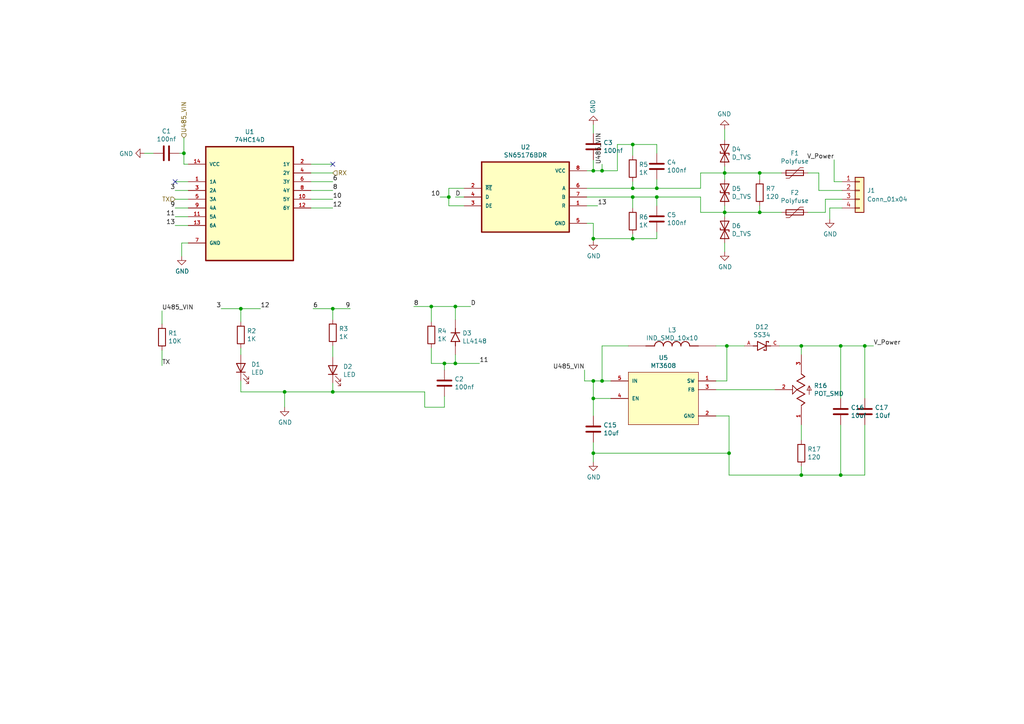
<source format=kicad_sch>
(kicad_sch (version 20230121) (generator eeschema)
  (paper "A4")
  (lib_symbols
    (symbol "Connector_Generic:Conn_01x04" (pin_names (offset 1.016) hide)
      (property "Reference" "J" (at 0 5.08 0))
      (property "Value" "Conn_01x04" (at 0 -7.62 0))
      (symbol "Conn_01x04_1_1"
        (rectangle (start -1.27 -4.953) (end 0 -5.207) (stroke (width 0.1524)))
        (rectangle (start -1.27 -2.413) (end 0 -2.667) (stroke (width 0.1524)))
        (rectangle (start -1.27 0.127) (end 0 -0.127) (stroke (width 0.1524)))
        (rectangle (start -1.27 2.667) (end 0 2.413) (stroke (width 0.1524)))
        (rectangle (start -1.27 3.81) (end 1.27 -6.35) (stroke (width 0.254)) (fill (type background)))
        (pin passive line (at -5.08 2.54 0) (length 3.81) (name "Pin_1") (number "1"))
        (pin passive line (at -5.08 0 0) (length 3.81) (name "Pin_2") (number "2"))
        (pin passive line (at -5.08 -2.54 0) (length 3.81) (name "Pin_3") (number "3"))
        (pin passive line (at -5.08 -5.08 0) (length 3.81) (name "Pin_4") (number "4"))
      )
    )
    (symbol "Custom_Symbol:74HC14D" (pin_names (offset 1.016))
      (property "Reference" "U" (at -5.2832 15.2146 0))
      (property "Value" "Custom_Symbol_74HC14D" (at -4.191 -25.2984 0))
      (symbol "74HC14D_0_0"
        (rectangle (start -12.7 -20.32) (end 12.7 12.7) (stroke (width 0.4064)) (fill (type background)))
        (pin input line (at -17.78 2.54 0) (length 5.08) (name "1A") (number "1"))
        (pin output line (at 17.78 -2.54 180) (length 5.08) (name "5Y") (number "10"))
        (pin input line (at -17.78 -7.62 0) (length 5.08) (name "5A") (number "11"))
        (pin output line (at 17.78 -5.08 180) (length 5.08) (name "6Y") (number "12"))
        (pin input line (at -17.78 -10.16 0) (length 5.08) (name "6A") (number "13"))
        (pin power_in line (at -17.78 7.62 0) (length 5.08) (name "VCC") (number "14"))
        (pin output line (at 17.78 7.62 180) (length 5.08) (name "1Y") (number "2"))
        (pin input line (at -17.78 0 0) (length 5.08) (name "2A") (number "3"))
        (pin output line (at 17.78 5.08 180) (length 5.08) (name "2Y") (number "4"))
        (pin input line (at -17.78 -2.54 0) (length 5.08) (name "3A") (number "5"))
        (pin output line (at 17.78 2.54 180) (length 5.08) (name "3Y") (number "6"))
        (pin passive line (at -17.78 -15.24 0) (length 5.08) (name "GND") (number "7"))
        (pin output line (at 17.78 0 180) (length 5.08) (name "4Y") (number "8"))
        (pin input line (at -17.78 -5.08 0) (length 5.08) (name "4A") (number "9"))
      )
    )
    (symbol "Custom_Symbol:IND_SMD_10x10" (pin_numbers hide) (pin_names (offset 1.016) hide)
      (property "Reference" "L" (at -12.7 3.048 0))
      (property "Value" "Custom_Symbol_IND_SMD_10x10" (at -12.7 -5.08 0))
      (symbol "IND_SMD_10x10_0_0"
        (arc (start -2.54 0) (mid -3.81 1.2645) (end -5.08 0) (stroke (width 0.254)))
        (arc (start 0 0) (mid -1.27 1.2645) (end -2.54 0) (stroke (width 0.254)))
        (polyline (pts (xy -5.08 0) (xy -7.62 0)) (stroke (width 0.254)))
        (polyline (pts (xy 5.08 0) (xy 7.62 0)) (stroke (width 0.254)))
        (arc (start 2.54 0) (mid 1.27 1.2645) (end 0 0) (stroke (width 0.254)))
        (arc (start 5.08 0) (mid 3.81 1.2645) (end 2.54 0) (stroke (width 0.254)))
        (pin passive line (at -12.7 0 0) (length 5.08) (name "~") (number "1"))
        (pin passive line (at 12.7 0 180) (length 5.08) (name "~") (number "2"))
      )
    )
    (symbol "Custom_Symbol:LL4148" (pin_numbers hide) (pin_names (offset 1.016) hide)
      (property "Reference" "D" (at -5.08 2.54 0))
      (property "Value" "Custom_Symbol_LL4148" (at -5.08 -3.81 0))
      (symbol "LL4148_0_0"
        (polyline (pts (xy -2.54 0) (xy -1.27 0)) (stroke (width 0.254)))
        (polyline (pts (xy -1.27 -1.27) (xy 1.27 0)) (stroke (width 0.254)))
        (polyline (pts (xy -1.27 0) (xy -1.27 -1.27)) (stroke (width 0.254)))
        (polyline (pts (xy -1.27 1.27) (xy -1.27 0)) (stroke (width 0.254)))
        (polyline (pts (xy 1.27 0) (xy -1.27 1.27)) (stroke (width 0.254)))
        (polyline (pts (xy 1.27 0) (xy 1.27 -1.27)) (stroke (width 0.254)))
        (polyline (pts (xy 1.27 0) (xy 2.54 0)) (stroke (width 0.254)))
        (polyline (pts (xy 1.27 1.27) (xy 1.27 0)) (stroke (width 0.254)))
        (pin passive line (at -5.08 0 0) (length 2.54) (name "~") (number "A"))
        (pin passive line (at 5.08 0 180) (length 2.54) (name "~") (number "C"))
      )
    )
    (symbol "Custom_Symbol:MT3608" (pin_names (offset 1.016))
      (property "Reference" "U" (at -10.16 10.16 0))
      (property "Value" "Custom_Symbol_MT3608" (at -10.16 -12.7 0))
      (symbol "MT3608_0_0"
        (rectangle (start -10.16 -7.62) (end 10.16 7.62) (stroke (width 0.1524)) (fill (type background)))
        (pin output line (at 15.24 5.08 180) (length 5.08) (name "SW") (number "1"))
        (pin power_in line (at 15.24 -5.08 180) (length 5.08) (name "GND") (number "2"))
        (pin input line (at 15.24 2.54 180) (length 5.08) (name "FB") (number "3"))
        (pin input line (at -15.24 0 0) (length 5.08) (name "EN") (number "4"))
        (pin input line (at -15.24 5.08 0) (length 5.08) (name "IN") (number "5"))
      )
    )
    (symbol "Custom_Symbol:POT_SMD" (pin_names (offset 1.016) hide)
      (property "Reference" "R" (at 3.048 3.81 0))
      (property "Value" "Custom_Symbol_POT_SMD" (at 2.54 -5.08 0))
      (symbol "POT_SMD_0_0"
        (polyline (pts (xy -4.572 0) (xy -5.08 0)) (stroke (width 0.1524)))
        (polyline (pts (xy -3.81 -1.016) (xy -4.572 0)) (stroke (width 0.254)))
        (polyline (pts (xy -2.54 1.27) (xy -3.81 -1.016)) (stroke (width 0.254)))
        (polyline (pts (xy -1.397 -2.286) (xy 1.143 -2.286)) (stroke (width 0.1524)))
        (polyline (pts (xy -1.27 -1.016) (xy -2.54 1.27)) (stroke (width 0.254)))
        (polyline (pts (xy -1.27 2.54) (xy 1.27 2.54)) (stroke (width 0.2032)))
        (polyline (pts (xy -0.127 -2.921) (xy -0.127 -1.651)) (stroke (width 0.1524)))
        (polyline (pts (xy -0.127 -1.651) (xy 1.143 -2.286)) (stroke (width 0.1524)))
        (polyline (pts (xy 0 1.27) (xy -1.27 -1.016)) (stroke (width 0.254)))
        (polyline (pts (xy 0 1.27) (xy -1.27 2.54)) (stroke (width 0.2032)))
        (polyline (pts (xy 1.143 -2.286) (xy -0.127 -2.921)) (stroke (width 0.1524)))
        (polyline (pts (xy 1.27 -1.016) (xy 0 1.27)) (stroke (width 0.254)))
        (polyline (pts (xy 1.27 2.54) (xy 0 1.27)) (stroke (width 0.2032)))
        (polyline (pts (xy 2.54 1.27) (xy 1.27 -1.016)) (stroke (width 0.254)))
        (polyline (pts (xy 3.81 -1.016) (xy 2.54 1.27)) (stroke (width 0.254)))
        (polyline (pts (xy 4.572 0) (xy 3.81 -1.016)) (stroke (width 0.254)))
        (polyline (pts (xy 5.08 0) (xy 4.572 0)) (stroke (width 0.1524)))
        (pin passive line (at -10.16 0 0) (length 5.08) (name "~") (number "1"))
        (pin passive line (at 0 7.62 270) (length 5.08) (name "~") (number "2"))
        (pin passive line (at 10.16 0 180) (length 5.08) (name "~") (number "3"))
      )
    )
    (symbol "Custom_Symbol:SN65176BDR" (pin_names (offset 1.016))
      (property "Reference" "U" (at -12.7 11.1506 0))
      (property "Value" "Custom_Symbol_SN65176BDR" (at -12.7 -14.1478 0))
      (symbol "SN65176BDR_0_0"
        (rectangle (start -12.7 -10.16) (end 12.7 10.16) (stroke (width 0.4064)) (fill (type background)))
        (pin output line (at 17.78 -2.54 180) (length 5.08) (name "R") (number "1"))
        (pin input line (at -17.78 2.54 0) (length 5.08) (name "~{RE}") (number "2"))
        (pin input line (at -17.78 -2.54 0) (length 5.08) (name "DE") (number "3"))
        (pin input line (at -17.78 0 0) (length 5.08) (name "D") (number "4"))
        (pin power_in line (at 17.78 -7.62 180) (length 5.08) (name "GND") (number "5"))
        (pin output line (at 17.78 2.54 180) (length 5.08) (name "A") (number "6"))
        (pin output line (at 17.78 0 180) (length 5.08) (name "B") (number "7"))
        (pin power_in line (at 17.78 7.62 180) (length 5.08) (name "VCC") (number "8"))
      )
    )
    (symbol "Custom_Symbol:SS34" (pin_names (offset 1.016) hide)
      (property "Reference" "D" (at -5.08 2.54 0))
      (property "Value" "Custom_Symbol_SS34" (at -5.08 -3.81 0))
      (symbol "SS34_0_0"
        (polyline (pts (xy -2.54 0) (xy -1.27 0)) (stroke (width 0.254)))
        (polyline (pts (xy -1.27 -1.27) (xy 1.27 0)) (stroke (width 0.254)))
        (polyline (pts (xy -1.27 0) (xy -1.27 -1.27)) (stroke (width 0.254)))
        (polyline (pts (xy -1.27 1.27) (xy -1.27 0)) (stroke (width 0.254)))
        (polyline (pts (xy 0.635 -1.016) (xy 0.635 -1.27)) (stroke (width 0.254)))
        (polyline (pts (xy 1.27 -1.27) (xy 0.635 -1.27)) (stroke (width 0.254)))
        (polyline (pts (xy 1.27 0) (xy -1.27 1.27)) (stroke (width 0.254)))
        (polyline (pts (xy 1.27 0) (xy 1.27 -1.27)) (stroke (width 0.254)))
        (polyline (pts (xy 1.27 1.27) (xy 1.27 0)) (stroke (width 0.254)))
        (polyline (pts (xy 1.905 1.27) (xy 1.27 1.27)) (stroke (width 0.254)))
        (polyline (pts (xy 1.905 1.27) (xy 1.905 1.016)) (stroke (width 0.254)))
        (polyline (pts (xy 2.54 0) (xy 1.27 0)) (stroke (width 0.254)))
        (pin passive line (at -5.08 0 0) (length 2.54) (name "~") (number "A"))
        (pin passive line (at 5.08 0 180) (length 2.54) (name "~") (number "C"))
      )
    )
    (symbol "Device:C" (pin_numbers hide) (pin_names (offset 0.254))
      (property "Reference" "C" (at 0.635 2.54 0))
      (property "Value" "C" (at 0.635 -2.54 0))
      (symbol "C_0_1"
        (polyline (pts (xy -2.032 -0.762) (xy 2.032 -0.762)) (stroke (width 0.508)))
        (polyline (pts (xy -2.032 0.762) (xy 2.032 0.762)) (stroke (width 0.508)))
      )
      (symbol "C_1_1"
        (pin passive line (at 0 3.81 270) (length 2.794) (name "~") (number "1"))
        (pin passive line (at 0 -3.81 90) (length 2.794) (name "~") (number "2"))
      )
    )
    (symbol "Device:D_TVS" (pin_numbers hide) (pin_names (offset 1.016) hide)
      (property "Reference" "D" (at 0 2.54 0))
      (property "Value" "D_TVS" (at 0 -2.54 0))
      (symbol "D_TVS_0_1"
        (polyline (pts (xy 1.27 0) (xy -1.27 0)))
        (polyline (pts (xy 0.508 1.27) (xy 0 1.27) (xy 0 -1.27) (xy -0.508 -1.27)) (stroke (width 0.254)))
        (polyline (pts (xy -2.54 1.27) (xy -2.54 -1.27) (xy 2.54 1.27) (xy 2.54 -1.27) (xy -2.54 1.27)) (stroke (width 0.254)))
      )
      (symbol "D_TVS_1_1"
        (pin passive line (at -3.81 0 0) (length 2.54) (name "A1") (number "1"))
        (pin passive line (at 3.81 0 180) (length 2.54) (name "A2") (number "2"))
      )
    )
    (symbol "Device:LED" (pin_numbers hide) (pin_names (offset 1.016) hide)
      (property "Reference" "D" (at 0 2.54 0))
      (property "Value" "LED" (at 0 -2.54 0))
      (symbol "LED_0_1"
        (polyline (pts (xy -1.27 -1.27) (xy -1.27 1.27)) (stroke (width 0.254)))
        (polyline (pts (xy -1.27 0) (xy 1.27 0)))
        (polyline (pts (xy 1.27 -1.27) (xy 1.27 1.27) (xy -1.27 0) (xy 1.27 -1.27)) (stroke (width 0.254)))
        (polyline (pts (xy -3.048 -0.762) (xy -4.572 -2.286) (xy -3.81 -2.286) (xy -4.572 -2.286) (xy -4.572 -1.524)))
        (polyline (pts (xy -1.778 -0.762) (xy -3.302 -2.286) (xy -2.54 -2.286) (xy -3.302 -2.286) (xy -3.302 -1.524)))
      )
      (symbol "LED_1_1"
        (pin passive line (at -3.81 0 0) (length 2.54) (name "K") (number "1"))
        (pin passive line (at 3.81 0 180) (length 2.54) (name "A") (number "2"))
      )
    )
    (symbol "Device:Polyfuse" (pin_numbers hide) (pin_names (offset 0))
      (property "Reference" "F" (at -2.54 0 90))
      (property "Value" "Polyfuse" (at 2.54 0 90))
      (symbol "Polyfuse_0_1"
        (rectangle (start -0.762 2.54) (end 0.762 -2.54) (stroke (width 0.254)))
        (polyline (pts (xy 0 2.54) (xy 0 -2.54)))
        (polyline (pts (xy -1.524 2.54) (xy -1.524 1.524) (xy 1.524 -1.524) (xy 1.524 -2.54)))
      )
      (symbol "Polyfuse_1_1"
        (pin passive line (at 0 3.81 270) (length 1.27) (name "~") (number "1"))
        (pin passive line (at 0 -3.81 90) (length 1.27) (name "~") (number "2"))
      )
    )
    (symbol "Device:R" (pin_numbers hide) (pin_names (offset 0))
      (property "Reference" "R" (at 2.032 0 90))
      (property "Value" "R" (at 0 0 90))
      (symbol "R_0_1"
        (rectangle (start -1.016 -2.54) (end 1.016 2.54) (stroke (width 0.254)))
      )
      (symbol "R_1_1"
        (pin passive line (at 0 3.81 270) (length 1.27) (name "~") (number "1"))
        (pin passive line (at 0 -3.81 90) (length 1.27) (name "~") (number "2"))
      )
    )
    (symbol "power:GND" (power) (pin_names (offset 0))
      (property "Value" "GND" (at 0 -3.81 0))
      (symbol "GND_0_1"
        (polyline (pts (xy 0 0) (xy 0 -1.27) (xy 1.27 -1.27) (xy 0 -2.54) (xy -1.27 -1.27) (xy 0 -1.27)))
      )
      (symbol "GND_1_1"
        (pin power_in line (at 0 0 270) (length 0) hide (name "GND") (number "1"))
      )
    )
  )
  (junction (at 125.095 88.9))
  (junction (at 243.84 100.33))
  (junction (at 69.85 89.535))
  (junction (at 232.41 137.795))
  (junction (at 128.905 105.41))
  (junction (at 220.345 50.165))
  (junction (at 183.515 54.61))
  (junction (at 210.82 100.33))
  (junction (at 183.515 57.15))
  (junction (at 183.515 69.215))
  (junction (at 130.175 57.15))
  (junction (at 96.52 113.665))
  (junction (at 172.085 115.57))
  (junction (at 174.625 49.53))
  (junction (at 172.085 69.215))
  (junction (at 220.345 61.595))
  (junction (at 96.52 89.535))
  (junction (at 132.08 88.9))
  (junction (at 172.085 131.445))
  (junction (at 53.34 44.45))
  (junction (at 190.5 54.61))
  (junction (at 174.625 110.49))
  (junction (at 82.55 113.665))
  (junction (at 190.5 57.15))
  (junction (at 172.085 110.49))
  (junction (at 211.455 131.445))
  (junction (at 183.515 41.91))
  (junction (at 210.185 50.165))
  (junction (at 210.185 61.595))
  (junction (at 172.085 49.53))
  (junction (at 243.84 137.795))
  (junction (at 232.41 100.33))
  (junction (at 132.08 105.41))
  (junction (at 250.825 100.33))
  (no_connect (at 50.8 52.705))
  (no_connect (at 96.52 47.625))
  (wire (pts (xy 132.08 92.71) (xy 132.08 88.9)))
  (wire (pts (xy 123.19 113.665) (xy 123.19 118.11)))
  (wire (pts (xy 190.5 44.45) (xy 190.5 41.91)))
  (wire (pts (xy 250.825 137.795) (xy 243.84 137.795)))
  (wire (pts (xy 172.085 49.53) (xy 174.625 49.53)))
  (wire (pts (xy 210.82 100.33) (xy 215.9 100.33)))
  (wire (pts (xy 52.07 44.45) (xy 53.34 44.45)))
  (wire (pts (xy 183.515 57.15) (xy 183.515 60.325)))
  (wire (pts (xy 54.61 57.785) (xy 50.8 57.785)))
  (wire (pts (xy 46.99 93.98) (xy 46.99 90.17)))
  (wire (pts (xy 203.2 57.15) (xy 203.2 61.595)))
  (wire (pts (xy 172.085 131.445) (xy 172.085 133.985)))
  (wire (pts (xy 244.221 55.245) (xy 237.49 55.245)))
  (wire (pts (xy 174.625 49.53) (xy 179.07 49.53)))
  (wire (pts (xy 210.185 48.26) (xy 210.185 50.165)))
  (wire (pts (xy 220.345 59.69) (xy 220.345 61.595)))
  (wire (pts (xy 123.19 118.11) (xy 128.905 118.11)))
  (wire (pts (xy 134.62 57.15) (xy 132.08 57.15)))
  (wire (pts (xy 169.545 110.49) (xy 172.085 110.49)))
  (wire (pts (xy 44.45 44.45) (xy 41.91 44.45)))
  (wire (pts (xy 120.015 88.9) (xy 125.095 88.9)))
  (wire (pts (xy 169.545 107.315) (xy 169.545 110.49)))
  (wire (pts (xy 69.85 89.535) (xy 69.85 93.345)))
  (wire (pts (xy 183.515 69.215) (xy 172.085 69.215)))
  (wire (pts (xy 54.61 47.625) (xy 53.34 47.625)))
  (wire (pts (xy 210.185 50.165) (xy 220.345 50.165)))
  (wire (pts (xy 210.185 59.69) (xy 210.185 61.595)))
  (wire (pts (xy 232.41 137.795) (xy 211.455 137.795)))
  (wire (pts (xy 207.645 113.03) (xy 224.79 113.03)))
  (wire (pts (xy 54.61 62.865) (xy 50.8 62.865)))
  (wire (pts (xy 172.085 46.355) (xy 172.085 49.53)))
  (wire (pts (xy 53.34 44.45) (xy 53.34 40.005)))
  (wire (pts (xy 172.085 128.27) (xy 172.085 131.445)))
  (wire (pts (xy 232.41 100.33) (xy 243.84 100.33)))
  (wire (pts (xy 174.625 49.53) (xy 174.625 47.625)))
  (wire (pts (xy 125.095 105.41) (xy 128.905 105.41)))
  (wire (pts (xy 125.095 100.965) (xy 125.095 105.41)))
  (wire (pts (xy 183.515 54.61) (xy 190.5 54.61)))
  (wire (pts (xy 130.175 57.15) (xy 130.175 54.61)))
  (wire (pts (xy 90.17 47.625) (xy 96.52 47.625)))
  (wire (pts (xy 237.49 55.245) (xy 237.49 50.165)))
  (wire (pts (xy 172.085 69.85) (xy 172.085 69.215)))
  (wire (pts (xy 190.5 57.15) (xy 190.5 59.69)))
  (wire (pts (xy 172.085 64.77) (xy 170.18 64.77)))
  (wire (pts (xy 174.625 110.49) (xy 177.165 110.49)))
  (wire (pts (xy 172.085 69.215) (xy 172.085 64.77)))
  (wire (pts (xy 239.395 61.595) (xy 239.395 57.785)))
  (wire (pts (xy 132.08 88.9) (xy 136.525 88.9)))
  (wire (pts (xy 90.17 50.165) (xy 96.52 50.165)))
  (wire (pts (xy 46.99 101.6) (xy 46.99 106.045)))
  (wire (pts (xy 232.41 102.87) (xy 232.41 100.33)))
  (wire (pts (xy 82.55 118.11) (xy 82.55 113.665)))
  (wire (pts (xy 170.18 59.69) (xy 173.355 59.69)))
  (wire (pts (xy 172.085 110.49) (xy 174.625 110.49)))
  (wire (pts (xy 241.935 52.705) (xy 241.935 46.355)))
  (wire (pts (xy 125.095 88.9) (xy 132.08 88.9)))
  (wire (pts (xy 211.455 137.795) (xy 211.455 131.445)))
  (wire (pts (xy 90.17 60.325) (xy 96.52 60.325)))
  (wire (pts (xy 241.935 52.705) (xy 244.221 52.705)))
  (wire (pts (xy 170.18 57.15) (xy 183.515 57.15)))
  (wire (pts (xy 240.665 60.325) (xy 240.665 63.5)))
  (wire (pts (xy 240.665 60.325) (xy 244.221 60.325)))
  (wire (pts (xy 190.5 57.15) (xy 203.2 57.15)))
  (wire (pts (xy 54.61 60.325) (xy 50.8 60.325)))
  (wire (pts (xy 90.17 55.245) (xy 96.52 55.245)))
  (wire (pts (xy 232.41 127.635) (xy 232.41 123.19)))
  (wire (pts (xy 239.395 57.785) (xy 244.221 57.785)))
  (wire (pts (xy 53.34 47.625) (xy 53.34 44.45)))
  (wire (pts (xy 190.5 67.31) (xy 190.5 69.215)))
  (wire (pts (xy 183.515 41.91) (xy 183.515 45.085)))
  (wire (pts (xy 183.515 57.15) (xy 190.5 57.15)))
  (wire (pts (xy 54.61 70.485) (xy 52.705 70.485)))
  (wire (pts (xy 232.41 135.255) (xy 232.41 137.795)))
  (wire (pts (xy 220.345 61.595) (xy 226.695 61.595)))
  (wire (pts (xy 207.645 120.65) (xy 211.455 120.65)))
  (wire (pts (xy 210.185 61.595) (xy 210.185 62.865)))
  (wire (pts (xy 211.455 131.445) (xy 172.085 131.445)))
  (wire (pts (xy 250.825 115.57) (xy 250.825 100.33)))
  (wire (pts (xy 203.2 50.165) (xy 210.185 50.165)))
  (wire (pts (xy 190.5 54.61) (xy 203.2 54.61)))
  (wire (pts (xy 96.52 113.665) (xy 123.19 113.665)))
  (wire (pts (xy 130.175 59.69) (xy 130.175 57.15)))
  (wire (pts (xy 64.135 89.535) (xy 69.85 89.535)))
  (wire (pts (xy 52.705 70.485) (xy 52.705 74.295)))
  (wire (pts (xy 183.515 67.945) (xy 183.515 69.215)))
  (wire (pts (xy 170.18 54.61) (xy 183.515 54.61)))
  (wire (pts (xy 243.84 100.33) (xy 250.825 100.33)))
  (wire (pts (xy 190.5 54.61) (xy 190.5 52.07)))
  (wire (pts (xy 69.85 100.965) (xy 69.85 102.87)))
  (wire (pts (xy 69.85 110.49) (xy 69.85 113.665)))
  (wire (pts (xy 132.08 105.41) (xy 132.08 102.87)))
  (wire (pts (xy 96.52 103.505) (xy 96.52 100.33)))
  (wire (pts (xy 132.08 105.41) (xy 139.065 105.41)))
  (wire (pts (xy 54.61 52.705) (xy 50.8 52.705)))
  (wire (pts (xy 190.5 41.91) (xy 183.515 41.91)))
  (wire (pts (xy 210.185 61.595) (xy 220.345 61.595)))
  (wire (pts (xy 243.84 115.57) (xy 243.84 100.33)))
  (wire (pts (xy 130.175 57.15) (xy 127.635 57.15)))
  (wire (pts (xy 125.095 93.345) (xy 125.095 88.9)))
  (wire (pts (xy 172.085 120.65) (xy 172.085 115.57)))
  (wire (pts (xy 203.2 54.61) (xy 203.2 50.165)))
  (wire (pts (xy 237.49 50.165) (xy 234.315 50.165)))
  (wire (pts (xy 54.61 55.245) (xy 50.8 55.245)))
  (wire (pts (xy 82.55 113.665) (xy 96.52 113.665)))
  (wire (pts (xy 69.85 89.535) (xy 75.565 89.535)))
  (wire (pts (xy 128.905 107.315) (xy 128.905 105.41)))
  (wire (pts (xy 207.645 100.33) (xy 210.82 100.33)))
  (wire (pts (xy 90.17 52.705) (xy 96.52 52.705)))
  (wire (pts (xy 130.175 54.61) (xy 134.62 54.61)))
  (wire (pts (xy 210.185 40.64) (xy 210.185 37.465)))
  (wire (pts (xy 96.52 92.71) (xy 96.52 89.535)))
  (wire (pts (xy 207.645 110.49) (xy 210.82 110.49)))
  (wire (pts (xy 243.84 137.795) (xy 243.84 123.19)))
  (wire (pts (xy 250.825 123.19) (xy 250.825 137.795)))
  (wire (pts (xy 174.625 110.49) (xy 174.625 100.33)))
  (wire (pts (xy 220.345 52.07) (xy 220.345 50.165)))
  (wire (pts (xy 134.62 59.69) (xy 130.175 59.69)))
  (wire (pts (xy 90.17 57.785) (xy 96.52 57.785)))
  (wire (pts (xy 69.85 113.665) (xy 82.55 113.665)))
  (wire (pts (xy 203.2 61.595) (xy 210.185 61.595)))
  (wire (pts (xy 90.805 89.535) (xy 96.52 89.535)))
  (wire (pts (xy 190.5 69.215) (xy 183.515 69.215)))
  (wire (pts (xy 179.07 49.53) (xy 179.07 41.91)))
  (wire (pts (xy 54.61 65.405) (xy 50.8 65.405)))
  (wire (pts (xy 96.52 89.535) (xy 101.6 89.535)))
  (wire (pts (xy 210.185 52.07) (xy 210.185 50.165)))
  (wire (pts (xy 174.625 100.33) (xy 182.245 100.33)))
  (wire (pts (xy 170.18 49.53) (xy 172.085 49.53)))
  (wire (pts (xy 210.82 110.49) (xy 210.82 100.33)))
  (wire (pts (xy 226.06 100.33) (xy 232.41 100.33)))
  (wire (pts (xy 177.165 115.57) (xy 172.085 115.57)))
  (wire (pts (xy 234.315 61.595) (xy 239.395 61.595)))
  (wire (pts (xy 172.085 115.57) (xy 172.085 110.49)))
  (wire (pts (xy 183.515 52.705) (xy 183.515 54.61)))
  (wire (pts (xy 128.905 118.11) (xy 128.905 114.935)))
  (wire (pts (xy 96.52 113.665) (xy 96.52 111.125)))
  (wire (pts (xy 211.455 120.65) (xy 211.455 131.445)))
  (wire (pts (xy 210.185 70.485) (xy 210.185 73.025)))
  (wire (pts (xy 232.41 137.795) (xy 243.84 137.795)))
  (wire (pts (xy 179.07 41.91) (xy 183.515 41.91)))
  (wire (pts (xy 128.905 105.41) (xy 132.08 105.41)))
  (wire (pts (xy 220.345 50.165) (xy 226.695 50.165)))
  (wire (pts (xy 250.825 100.33) (xy 253.365 100.33)))
  (wire (pts (xy 172.085 38.735) (xy 172.085 36.195)))
  (label "D" (at 136.525 88.9 0))
  (label "12" (at 75.565 89.535 0))
  (label "TX" (at 46.99 106.045 0))
  (label "V_Power" (at 253.365 100.33 0))
  (label "10" (at 127.635 57.15 180))
  (label "3" (at 50.8 55.245 180))
  (label "12" (at 96.52 60.325 0))
  (label "8" (at 120.015 88.9 0))
  (label "9" (at 50.8 60.325 180))
  (label "U485_VIN" (at 169.545 107.315 180))
  (label "U485_VIN" (at 174.625 47.625 90))
  (label "9" (at 101.6 89.535 180))
  (label "3" (at 64.135 89.535 180))
  (label "6" (at 90.805 89.535 0))
  (label "6" (at 96.52 52.705 0))
  (label "11" (at 50.8 62.865 180))
  (label "13" (at 173.355 59.69 0))
  (label "D" (at 132.08 57.15 0))
  (label "10" (at 96.52 57.785 0))
  (label "8" (at 96.52 55.245 0))
  (label "13" (at 50.8 65.405 180))
  (label "U485_VIN" (at 46.99 90.17 0))
  (label "V_Power" (at 241.935 46.355 180))
  (label "11" (at 139.065 105.41 0))
  (hierarchical_label "TX" (shape input) (at 50.8 57.785 180))
  (hierarchical_label "U485_VIN" (shape input) (at 53.34 40.005 90))
  (hierarchical_label "RX" (shape input) (at 96.52 50.165 0))
  (symbol (lib_id "Custom_Symbol:74HC14D") (at 72.39 55.245 0) (unit 1)
    (property "Reference" "U1" (at 72.39 38.227 0))
    (property "Value" "74HC14D" (at 72.39 40.5384 0))
    (property "Footprint" "Custom_Footprints:74HC14D" (effects hide))
    (property "MPN" "74HCT14D,653" (effects hide))
    (property "PACKAGE" "SOIC-14" (effects hide))
    (property "OC_FARNELL" "-" (effects hide))
    (property "SUPPLIER" "NXP" (effects hide))
    (property "OC_NEWARK" "78R6255" (effects hide))
    (instances (project "LoraToModbus_V1.1" (path "" (reference "U1") (unit 1))) (project "PCB_Main_Board_ESP32S3_V2" (path "" (reference "U2") (unit 1))))
  )
  (symbol (lib_id "Device:C") (at 48.26 44.45 270) (unit 1)
    (property "Reference" "C1" (at 48.26 38.0492 90))
    (property "Value" "100nf" (at 48.26 40.3606 90))
    (property "Footprint" "Capacitor_SMD:C_0603_1608Metric_Pad1.08x0.95mm_HandSolder" (effects hide))
    (instances (project "LoraToModbus_V1.1" (path "" (reference "C1") (unit 1))) (project "PCB_Main_Board_ESP32S3_V2" (path "" (reference "C6") (unit 1))))
  )
  (symbol (lib_id "power:GND") (at 41.91 44.45 270) (unit 1)
    (property "Reference" "#PWR0101" (effects hide))
    (property "Value" "GND" (at 38.6588 44.577 90) (effects (justify right)))
    (instances (project "LoraToModbus_V1.1" (path "" (reference "#PWR0101") (unit 1))) (project "PCB_Main_Board_ESP32S3_V2" (path "" (reference "#PWR05") (unit 1))))
  )
  (symbol (lib_id "power:GND") (at 52.705 74.295 0) (unit 1)
    (property "Reference" "#PWR0102" (effects hide))
    (property "Value" "GND" (at 52.832 78.6892 0))
    (instances (project "LoraToModbus_V1.1" (path "" (reference "#PWR0102") (unit 1))) (project "PCB_Main_Board_ESP32S3_V2" (path "" (reference "#PWR06") (unit 1))))
  )
  (symbol (lib_id "Device:R") (at 46.99 97.79 0) (unit 1)
    (property "Reference" "R1" (at 48.768 96.6216 0) (effects (justify left)))
    (property "Value" "10K" (at 48.768 98.933 0) (effects (justify left)))
    (property "Footprint" "Resistor_SMD:R_0603_1608Metric_Pad0.98x0.95mm_HandSolder" (effects hide))
    (instances (project "LoraToModbus_V1.1" (path "" (reference "R1") (unit 1))) (project "PCB_Main_Board_ESP32S3_V2" (path "" (reference "R6") (unit 1))))
  )
  (symbol (lib_id "Device:R") (at 69.85 97.155 0) (unit 1)
    (property "Reference" "R2" (at 71.628 95.9866 0) (effects (justify left)))
    (property "Value" "1K" (at 71.628 98.298 0) (effects (justify left)))
    (property "Footprint" "Resistor_SMD:R_0603_1608Metric_Pad0.98x0.95mm_HandSolder" (effects hide))
    (instances (project "LoraToModbus_V1.1" (path "" (reference "R2") (unit 1))) (project "PCB_Main_Board_ESP32S3_V2" (path "" (reference "R7") (unit 1))))
  )
  (symbol (lib_id "Device:LED") (at 69.85 106.68 90) (unit 1)
    (property "Reference" "D1" (at 72.8472 105.6894 90) (effects (justify right)))
    (property "Value" "LED" (at 72.8472 108.0008 90) (effects (justify right)))
    (property "Footprint" "LED_SMD:LED_0603_1608Metric_Pad1.05x0.95mm_HandSolder" (effects hide))
    (instances (project "LoraToModbus_V1.1" (path "" (reference "D1") (unit 1))) (project "PCB_Main_Board_ESP32S3_V2" (path "" (reference "D9") (unit 1))))
  )
  (symbol (lib_id "power:GND") (at 82.55 118.11 0) (unit 1)
    (property "Reference" "#PWR0103" (effects hide))
    (property "Value" "GND" (at 82.677 122.5042 0))
    (instances (project "LoraToModbus_V1.1" (path "" (reference "#PWR0103") (unit 1))) (project "PCB_Main_Board_ESP32S3_V2" (path "" (reference "#PWR07") (unit 1))))
  )
  (symbol (lib_id "Device:R") (at 96.52 96.52 0) (unit 1)
    (property "Reference" "R3" (at 98.298 95.3516 0) (effects (justify left)))
    (property "Value" "1K" (at 98.298 97.663 0) (effects (justify left)))
    (property "Footprint" "Resistor_SMD:R_0603_1608Metric_Pad0.98x0.95mm_HandSolder" (effects hide))
    (instances (project "LoraToModbus_V1.1" (path "" (reference "R3") (unit 1))) (project "PCB_Main_Board_ESP32S3_V2" (path "" (reference "R8") (unit 1))))
  )
  (symbol (lib_id "Device:LED") (at 96.52 107.315 90) (unit 1)
    (property "Reference" "D2" (at 99.5172 106.3244 90) (effects (justify right)))
    (property "Value" "LED" (at 99.5172 108.6358 90) (effects (justify right)))
    (property "Footprint" "LED_SMD:LED_0603_1608Metric_Pad1.05x0.95mm_HandSolder" (effects hide))
    (instances (project "LoraToModbus_V1.1" (path "" (reference "D2") (unit 1))) (project "PCB_Main_Board_ESP32S3_V2" (path "" (reference "D10") (unit 1))))
  )
  (symbol (lib_id "Device:R") (at 125.095 97.155 0) (unit 1)
    (property "Reference" "R4" (at 126.873 95.9866 0) (effects (justify left)))
    (property "Value" "1K" (at 126.873 98.298 0) (effects (justify left)))
    (property "Footprint" "Resistor_SMD:R_0603_1608Metric_Pad0.98x0.95mm_HandSolder" (effects hide))
    (instances (project "LoraToModbus_V1.1" (path "" (reference "R4") (unit 1))) (project "PCB_Main_Board_ESP32S3_V2" (path "" (reference "R9") (unit 1))))
  )
  (symbol (lib_id "Device:C") (at 128.905 111.125 180) (unit 1)
    (property "Reference" "C2" (at 131.826 109.9566 0) (effects (justify right)))
    (property "Value" "100nf" (at 131.826 112.268 0) (effects (justify right)))
    (property "Footprint" "Capacitor_SMD:C_0603_1608Metric_Pad1.08x0.95mm_HandSolder" (effects hide))
    (instances (project "LoraToModbus_V1.1" (path "" (reference "C2") (unit 1))) (project "PCB_Main_Board_ESP32S3_V2" (path "" (reference "C7") (unit 1))))
  )
  (symbol (lib_id "Custom_Symbol:LL4148") (at 132.08 97.79 90) (unit 1)
    (property "Reference" "D3" (at 134.112 96.6216 90) (effects (justify right)))
    (property "Value" "LL4148" (at 134.112 98.933 90) (effects (justify right)))
    (property "Footprint" "Custom_Footprints:LL4148" (effects hide))
    (property "STANDARD" "Manufacturer recommendations" (effects hide))
    (property "PARTREV" "1.8" (effects hide))
    (property "MANUFACTURER" "On Semiconductor" (effects hide))
    (property "MAXIMUM_PACKAGE_HEIGHT" "1.5mm" (effects hide))
    (instances (project "LoraToModbus_V1.1" (path "" (reference "D3") (unit 1))) (project "PCB_Main_Board_ESP32S3_V2" (path "" (reference "D11") (unit 1))))
  )
  (symbol (lib_id "Custom_Symbol:SN65176BDR") (at 152.4 57.15 0) (unit 1)
    (property "Reference" "U2" (at 152.4 42.672 0))
    (property "Value" "SN65176BDR" (at 152.4 44.9834 0))
    (property "Footprint" "Custom_Footprints:SN65176BDR" (effects hide))
    (instances (project "LoraToModbus_V1.1" (path "" (reference "U2") (unit 1))) (project "PCB_Main_Board_ESP32S3_V2" (path "" (reference "U3") (unit 1))))
  )
  (symbol (lib_id "Device:C") (at 172.085 42.545 180) (unit 1)
    (property "Reference" "C3" (at 175.006 41.3766 0) (effects (justify right)))
    (property "Value" "100nf" (at 175.006 43.688 0) (effects (justify right)))
    (property "Footprint" "Capacitor_SMD:C_0603_1608Metric_Pad1.08x0.95mm_HandSolder" (effects hide))
    (instances (project "LoraToModbus_V1.1" (path "" (reference "C3") (unit 1))) (project "PCB_Main_Board_ESP32S3_V2" (path "" (reference "C8") (unit 1))))
  )
  (symbol (lib_id "power:GND") (at 172.085 36.195 180) (unit 1)
    (property "Reference" "#PWR0104" (effects hide))
    (property "Value" "GND" (at 171.958 32.9438 90) (effects (justify right)))
    (instances (project "LoraToModbus_V1.1" (path "" (reference "#PWR0104") (unit 1))) (project "PCB_Main_Board_ESP32S3_V2" (path "" (reference "#PWR08") (unit 1))))
  )
  (symbol (lib_id "power:GND") (at 172.085 69.85 0) (unit 1)
    (property "Reference" "#PWR0105" (effects hide))
    (property "Value" "GND" (at 172.212 74.2442 0))
    (instances (project "LoraToModbus_V1.1" (path "" (reference "#PWR0105") (unit 1))) (project "PCB_Main_Board_ESP32S3_V2" (path "" (reference "#PWR09") (unit 1))))
  )
  (symbol (lib_id "Device:R") (at 183.515 64.135 0) (unit 1)
    (property "Reference" "R6" (at 185.293 62.9666 0) (effects (justify left)))
    (property "Value" "1K" (at 185.293 65.278 0) (effects (justify left)))
    (property "Footprint" "Resistor_SMD:R_0603_1608Metric_Pad0.98x0.95mm_HandSolder" (effects hide))
    (instances (project "LoraToModbus_V1.1" (path "" (reference "R6") (unit 1))) (project "PCB_Main_Board_ESP32S3_V2" (path "" (reference "R11") (unit 1))))
  )
  (symbol (lib_id "Device:R") (at 183.515 48.895 0) (unit 1)
    (property "Reference" "R5" (at 185.293 47.7266 0) (effects (justify left)))
    (property "Value" "1K" (at 185.293 50.038 0) (effects (justify left)))
    (property "Footprint" "Resistor_SMD:R_0603_1608Metric_Pad0.98x0.95mm_HandSolder" (effects hide))
    (instances (project "LoraToModbus_V1.1" (path "" (reference "R5") (unit 1))) (project "PCB_Main_Board_ESP32S3_V2" (path "" (reference "R10") (unit 1))))
  )
  (symbol (lib_id "Device:C") (at 190.5 48.26 180) (unit 1)
    (property "Reference" "C4" (at 193.421 47.0916 0) (effects (justify right)))
    (property "Value" "100nf" (at 193.421 49.403 0) (effects (justify right)))
    (property "Footprint" "Capacitor_SMD:C_0603_1608Metric_Pad1.08x0.95mm_HandSolder" (effects hide))
    (instances (project "LoraToModbus_V1.1" (path "" (reference "C4") (unit 1))) (project "PCB_Main_Board_ESP32S3_V2" (path "" (reference "C10") (unit 1))))
  )
  (symbol (lib_id "Device:C") (at 190.5 63.5 180) (unit 1)
    (property "Reference" "C5" (at 193.421 62.3316 0) (effects (justify right)))
    (property "Value" "100nf" (at 193.421 64.643 0) (effects (justify right)))
    (property "Footprint" "Capacitor_SMD:C_0603_1608Metric_Pad1.08x0.95mm_HandSolder" (effects hide))
    (instances (project "LoraToModbus_V1.1" (path "" (reference "C5") (unit 1))) (project "PCB_Main_Board_ESP32S3_V2" (path "" (reference "C11") (unit 1))))
  )
  (symbol (lib_id "Device:D_TVS") (at 210.185 55.88 270) (unit 1)
    (property "Reference" "D5" (at 212.217 54.7116 90) (effects (justify left)))
    (property "Value" "D_TVS" (at 212.217 57.023 90) (effects (justify left)))
    (property "Footprint" "Diode_SMD:D_SMB" (effects hide))
    (instances (project "LoraToModbus_V1.1" (path "" (reference "D5") (unit 1))) (project "PCB_Main_Board_ESP32S3_V2" (path "" (reference "D13") (unit 1))))
  )
  (symbol (lib_id "Device:D_TVS") (at 210.185 44.45 270) (unit 1)
    (property "Reference" "D4" (at 212.217 43.2816 90) (effects (justify left)))
    (property "Value" "D_TVS" (at 212.217 45.593 90) (effects (justify left)))
    (property "Footprint" "Diode_SMD:D_SMB" (effects hide))
    (instances (project "LoraToModbus_V1.1" (path "" (reference "D4") (unit 1))) (project "PCB_Main_Board_ESP32S3_V2" (path "" (reference "D12") (unit 1))))
  )
  (symbol (lib_id "Device:D_TVS") (at 210.185 66.675 270) (unit 1)
    (property "Reference" "D6" (at 212.217 65.5066 90) (effects (justify left)))
    (property "Value" "D_TVS" (at 212.217 67.818 90) (effects (justify left)))
    (property "Footprint" "Diode_SMD:D_SMB" (effects hide))
    (instances (project "LoraToModbus_V1.1" (path "" (reference "D6") (unit 1))) (project "PCB_Main_Board_ESP32S3_V2" (path "" (reference "D14") (unit 1))))
  )
  (symbol (lib_id "Device:R") (at 220.345 55.88 0) (unit 1)
    (property "Reference" "R7" (at 222.123 54.7116 0) (effects (justify left)))
    (property "Value" "120" (at 222.123 57.023 0) (effects (justify left)))
    (property "Footprint" "Resistor_SMD:R_0603_1608Metric_Pad0.98x0.95mm_HandSolder" (effects hide))
    (instances (project "LoraToModbus_V1.1" (path "" (reference "R7") (unit 1))) (project "PCB_Main_Board_ESP32S3_V2" (path "" (reference "R12") (unit 1))))
  )
  (symbol (lib_id "power:GND") (at 210.185 73.025 0) (unit 1)
    (property "Reference" "#PWR0106" (effects hide))
    (property "Value" "GND" (at 210.312 77.4192 0))
    (instances (project "LoraToModbus_V1.1" (path "" (reference "#PWR0106") (unit 1))) (project "PCB_Main_Board_ESP32S3_V2" (path "" (reference "#PWR012") (unit 1))))
  )
  (symbol (lib_id "power:GND") (at 210.185 37.465 180) (unit 1)
    (property "Reference" "#PWR0107" (effects hide))
    (property "Value" "GND" (at 210.058 33.0708 0))
    (instances (project "LoraToModbus_V1.1" (path "" (reference "#PWR0107") (unit 1))) (project "PCB_Main_Board_ESP32S3_V2" (path "" (reference "#PWR011") (unit 1))))
  )
  (symbol (lib_id "Device:Polyfuse") (at 230.505 50.165 270) (unit 1)
    (property "Reference" "F1" (at 230.505 44.45 90))
    (property "Value" "Polyfuse" (at 230.505 46.7614 90))
    (property "Footprint" "Fuse:Fuse_1812_4532Metric_Pad1.30x3.40mm_HandSolder" (effects hide))
  )
  (symbol (lib_id "Device:Polyfuse") (at 230.505 61.595 270) (unit 1)
    (property "Reference" "F2" (at 230.505 55.88 90))
    (property "Value" "Polyfuse" (at 230.505 58.1914 90))
    (property "Footprint" "Fuse:Fuse_1812_4532Metric_Pad1.30x3.40mm_HandSolder" (effects hide))
  )
  (symbol (lib_id "Custom_Symbol:MT3608") (at 192.405 115.57 0) (unit 1)
    (property "Reference" "U5" (at 192.405 103.759 0))
    (property "Value" "MT3608" (at 192.405 106.0704 0))
    (property "Footprint" "Custom_Footprints:MT3608" (effects hide))
    (property "PARTREV" "1.0" (effects hide))
    (property "MAXIMUM_PACKAGE_HEIGHT" "1.45mm" (effects hide))
    (property "MANUFACTURER" "Aero Semi" (effects hide))
    (property "STANDARD" "IPC-7351B" (effects hide))
    (instances (project "LoraToModbus_V1.1" (path "" (reference "U5") (unit 1))) (project "PCB_Main_Board_ESP32S3_V2" (path "" (reference "U4") (unit 1))))
  )
  (symbol (lib_id "power:GND") (at 172.085 133.985 0) (unit 1)
    (property "Reference" "#PWR01" (effects hide))
    (property "Value" "GND" (at 172.212 138.3792 0))
    (instances (project "LoraToModbus_V1.1" (path "" (reference "#PWR01") (unit 1))) (project "PCB_Main_Board_ESP32S3_V2" (path "" (reference "#PWR010") (unit 1))))
  )
  (symbol (lib_id "Device:C") (at 172.085 124.46 180) (unit 1)
    (property "Reference" "C15" (at 175.006 123.2916 0) (effects (justify right)))
    (property "Value" "10uf" (at 175.006 125.603 0) (effects (justify right)))
    (property "Footprint" "Capacitor_SMD:C_0603_1608Metric_Pad1.08x0.95mm_HandSolder" (effects hide))
    (instances (project "LoraToModbus_V1.1" (path "" (reference "C15") (unit 1))) (project "PCB_Main_Board_ESP32S3_V2" (path "" (reference "C9") (unit 1))))
  )
  (symbol (lib_id "Device:C") (at 243.84 119.38 180) (unit 1)
    (property "Reference" "C16" (at 246.761 118.2116 0) (effects (justify right)))
    (property "Value" "10uf" (at 246.761 120.523 0) (effects (justify right)))
    (property "Footprint" "Capacitor_SMD:C_0603_1608Metric_Pad1.08x0.95mm_HandSolder" (effects hide))
    (instances (project "LoraToModbus_V1.1" (path "" (reference "C16") (unit 1))) (project "PCB_Main_Board_ESP32S3_V2" (path "" (reference "C12") (unit 1))))
  )
  (symbol (lib_id "Device:C") (at 250.825 119.38 180) (unit 1)
    (property "Reference" "C17" (at 253.746 118.2116 0) (effects (justify right)))
    (property "Value" "10uf" (at 253.746 120.523 0) (effects (justify right)))
    (property "Footprint" "Capacitor_SMD:C_0603_1608Metric_Pad1.08x0.95mm_HandSolder" (effects hide))
    (instances (project "LoraToModbus_V1.1" (path "" (reference "C17") (unit 1))) (project "PCB_Main_Board_ESP32S3_V2" (path "" (reference "C13") (unit 1))))
  )
  (symbol (lib_id "Custom_Symbol:IND_SMD_10x10") (at 194.945 100.33 0) (unit 1)
    (property "Reference" "L3" (at 194.945 95.7326 0))
    (property "Value" "IND_SMD_10x10" (at 194.945 98.044 0))
    (property "Footprint" "Custom_Footprints:IND_SMD_10x10" (effects hide))
    (property "PARTREV" "1" (effects hide))
    (property "MF" "Recom Power" (effects hide))
    (property "MAXIMUM_PACKAGE_HEIGHT" "5.45mm" (effects hide))
    (property "STANDARD" "Manufacturer Recommendations" (effects hide))
    (instances (project "LoraToModbus_V1.1" (path "" (reference "L3") (unit 1))) (project "PCB_Main_Board_ESP32S3_V2" (path "" (reference "L2") (unit 1))))
  )
  (symbol (lib_id "Custom_Symbol:SS34") (at 220.98 100.33 0) (unit 1)
    (property "Reference" "D12" (at 220.98 94.8182 0))
    (property "Value" "SS34" (at 220.98 97.1296 0))
    (property "Footprint" "Custom_Footprints:SS34" (effects hide))
    (property "PARTREV" "31 Aug 2016" (effects hide))
    (property "SNAPEDA_PACKAGE_ID" "36301" (effects hide))
    (property "MAXIMUM_PACKAGE_HEIGHT" "2.65mm" (effects hide))
    (property "STANDARD" "IPC-7351B" (effects hide))
    (property "MANUFACTURER" "On Semiconductor" (effects hide))
    (instances (project "LoraToModbus_V1.1" (path "" (reference "D12") (unit 1))) (project "PCB_Main_Board_ESP32S3_V2" (path "" (reference "D15") (unit 1))))
  )
  (symbol (lib_id "Device:R") (at 232.41 131.445 0) (unit 1)
    (property "Reference" "R17" (at 234.188 130.2766 0) (effects (justify left)))
    (property "Value" "120" (at 234.188 132.588 0) (effects (justify left)))
    (property "Footprint" "Resistor_SMD:R_0603_1608Metric_Pad0.98x0.95mm_HandSolder" (effects hide))
    (instances (project "LoraToModbus_V1.1" (path "" (reference "R17") (unit 1))) (project "PCB_Main_Board_ESP32S3_V2" (path "" (reference "R14") (unit 1))))
  )
  (symbol (lib_id "Custom_Symbol:POT_SMD") (at 232.41 113.03 90) (unit 1)
    (property "Reference" "R16" (at 236.0422 111.8616 90) (effects (justify right)))
    (property "Value" "POT_SMD" (at 236.0422 114.173 90) (effects (justify right)))
    (property "Footprint" "Custom_Footprints:POT_SMD" (effects hide))
    (property "PRICE" "None" (effects hide))
    (property "AVAILABILITY" "Unavailable" (effects hide))
    (property "MF" "Bourns" (effects hide))
    (property "MP" "TC33X-2-104E" (effects hide))
    (property "PACKAGE" "Bourns" (effects hide))
    (instances (project "LoraToModbus_V1.1" (path "" (reference "R16") (unit 1))) (project "PCB_Main_Board_ESP32S3_V2" (path "" (reference "R13") (unit 1))))
  )
  (symbol (lib_id "power:GND") (at 240.665 63.5 0) (unit 1)
    (property "Reference" "#PWR0115" (effects hide))
    (property "Value" "GND" (at 240.792 67.8942 0))
    (instances (project "LoraToModbus_V1.1" (path "" (reference "#PWR0115") (unit 1))) (project "PCB_Main_Board_ESP32S3_V2" (path "" (reference "#PWR013") (unit 1))))
  )
  (symbol (lib_id "Connector_Generic:Conn_01x04") (at 249.301 55.245 0) (unit 1)
    (property "Reference" "J1" (at 251.46 55.245 0) (effects (justify left)))
    (property "Value" "Conn_01x04" (at 251.46 57.785 0) (effects (justify left)))
    (property "Footprint" "Connector_JST:JST_EH_S4B-EH_1x04_P2.50mm_Horizontal" (effects hide))
    (instances (project "LoraToModbus_V1.1" (path "" (reference "J1") (unit 1))) (project "PCB_Main_Board_ESP32S3_V2" (path "" (reference "J4") (unit 1))))
  )
)
</source>
